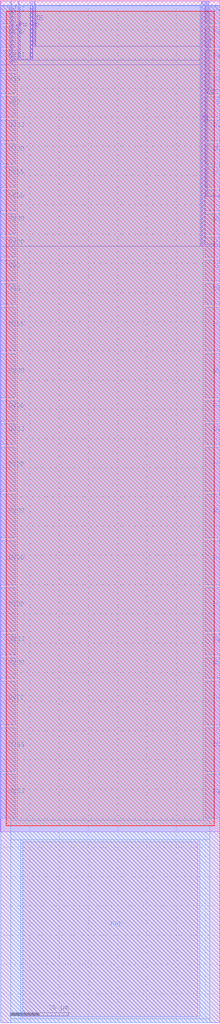
<source format=lef>
VERSION 5.7 ;
  NOWIREEXTENSIONATPIN ON ;
  DIVIDERCHAR "/" ;
  BUSBITCHARS "[]" ;
MACRO gf180mcu_ocd_io__bi_24t
  CLASS PAD INOUT ;
  FOREIGN gf180mcu_ocd_io__bi_24t ;
  ORIGIN 0.000 0.000 ;
  SIZE 75.000 BY 350.000 ;
  SYMMETRY X Y R90 ;
  SITE GF_IO_Site ;
  PIN A
    DIRECTION INPUT ;
    USE SIGNAL ;
    ANTENNAGATEAREA 0.504000 ;
    ANTENNADIFFAREA 1.000000 ;
    PORT
      LAYER Metal2 ;
        RECT 69.400 266.830 69.780 349.760 ;
    END
  END A
  PIN CS
    DIRECTION INPUT ;
    USE SIGNAL ;
    ANTENNAGATEAREA 0.504000 ;
    ANTENNADIFFAREA 1.000000 ;
    PORT
      LAYER Metal2 ;
        RECT 3.360 328.305 3.740 349.760 ;
    END
  END CS
  PIN DVDD
    DIRECTION INOUT ;
    USE POWER ;
    PORT
      LAYER Metal4 ;
        RECT 0.000 118.000 5.000 125.000 ;
    END
    PORT
      LAYER Metal4 ;
        RECT 0.000 134.000 5.000 149.000 ;
    END
    PORT
      LAYER Metal4 ;
        RECT 0.000 150.000 5.000 165.000 ;
    END
    PORT
      LAYER Metal4 ;
        RECT 0.000 166.000 5.000 181.000 ;
    END
    PORT
      LAYER Metal4 ;
        RECT 0.000 182.000 5.000 197.000 ;
    END
    PORT
      LAYER Metal4 ;
        RECT 0.000 206.000 5.000 213.000 ;
    END
    PORT
      LAYER Metal4 ;
        RECT 0.000 214.000 5.000 229.000 ;
    END
    PORT
      LAYER Metal4 ;
        RECT 0.000 262.000 5.000 269.000 ;
    END
    PORT
      LAYER Metal4 ;
        RECT 0.000 270.000 5.000 277.000 ;
    END
    PORT
      LAYER Metal4 ;
        RECT 0.000 278.000 5.000 285.000 ;
    END
    PORT
      LAYER Metal4 ;
        RECT 0.000 294.000 5.000 301.000 ;
    END
    PORT
      LAYER Metal4 ;
        RECT 0.000 334.000 5.000 341.000 ;
    END
    PORT
      LAYER Metal4 ;
        RECT 70.000 118.000 75.000 125.000 ;
    END
    PORT
      LAYER Metal4 ;
        RECT 70.000 134.000 75.000 149.000 ;
    END
    PORT
      LAYER Metal4 ;
        RECT 70.000 150.000 75.000 165.000 ;
    END
    PORT
      LAYER Metal4 ;
        RECT 70.000 166.000 75.000 181.000 ;
    END
    PORT
      LAYER Metal4 ;
        RECT 70.000 182.000 75.000 197.000 ;
    END
    PORT
      LAYER Metal4 ;
        RECT 70.000 206.000 75.000 213.000 ;
    END
    PORT
      LAYER Metal4 ;
        RECT 70.000 214.000 75.000 229.000 ;
    END
    PORT
      LAYER Metal4 ;
        RECT 70.000 262.000 75.000 269.000 ;
    END
    PORT
      LAYER Metal4 ;
        RECT 70.000 270.000 75.000 277.000 ;
    END
    PORT
      LAYER Metal4 ;
        RECT 70.000 278.000 75.000 285.000 ;
    END
    PORT
      LAYER Metal4 ;
        RECT 70.000 294.000 75.000 301.000 ;
    END
    PORT
      LAYER Metal4 ;
        RECT 70.000 334.000 75.000 341.000 ;
    END
  END DVDD
  PIN DVSS
    DIRECTION INOUT ;
    USE GROUND ;
    PORT
      LAYER Metal4 ;
        RECT 0.000 70.000 5.000 85.000 ;
    END
    PORT
      LAYER Metal4 ;
        RECT 0.000 86.000 5.000 101.000 ;
    END
    PORT
      LAYER Metal4 ;
        RECT 0.000 102.000 5.000 117.000 ;
    END
    PORT
      LAYER Metal4 ;
        RECT 0.000 126.000 5.000 133.000 ;
    END
    PORT
      LAYER Metal4 ;
        RECT 0.000 198.000 5.000 205.000 ;
    END
    PORT
      LAYER Metal4 ;
        RECT 0.000 230.000 5.000 245.000 ;
    END
    PORT
      LAYER Metal4 ;
        RECT 0.000 286.000 5.000 293.000 ;
    END
    PORT
      LAYER Metal4 ;
        RECT 0.000 302.000 5.000 309.000 ;
    END
    PORT
      LAYER Metal4 ;
        RECT 0.000 326.000 5.000 333.000 ;
    END
    PORT
      LAYER Metal4 ;
        RECT 0.000 342.000 5.000 348.390 ;
    END
    PORT
      LAYER Metal4 ;
        RECT 70.000 70.000 75.000 85.000 ;
    END
    PORT
      LAYER Metal4 ;
        RECT 70.000 86.000 75.000 101.000 ;
    END
    PORT
      LAYER Metal4 ;
        RECT 70.000 102.000 75.000 117.000 ;
    END
    PORT
      LAYER Metal4 ;
        RECT 70.000 126.000 75.000 133.000 ;
    END
    PORT
      LAYER Metal4 ;
        RECT 70.000 198.000 75.000 205.000 ;
    END
    PORT
      LAYER Metal4 ;
        RECT 70.000 230.000 75.000 245.000 ;
    END
    PORT
      LAYER Metal4 ;
        RECT 70.000 286.000 75.000 293.000 ;
    END
    PORT
      LAYER Metal4 ;
        RECT 70.000 302.000 75.000 309.000 ;
    END
    PORT
      LAYER Metal4 ;
        RECT 70.000 326.000 75.000 333.000 ;
    END
    PORT
      LAYER Metal4 ;
        RECT 70.000 342.000 75.000 348.390 ;
    END
  END DVSS
  PIN IE
    DIRECTION INPUT ;
    USE SIGNAL ;
    ANTENNAGATEAREA 0.504000 ;
    ANTENNADIFFAREA 1.000000 ;
    PORT
      LAYER Metal2 ;
        RECT 11.385 334.680 11.765 349.760 ;
    END
  END IE
  PIN OE
    DIRECTION INPUT ;
    USE SIGNAL ;
    ANTENNAGATEAREA 2.016000 ;
    ANTENNADIFFAREA 7.776000 ;
    PORT
      LAYER Metal2 ;
        RECT 70.130 283.205 70.510 349.760 ;
    END
  END OE
  PIN PAD
    DIRECTION INOUT ;
    USE SIGNAL ;
    ANTENNADIFFAREA 335.279999 ;
    PORT
      LAYER Metal4 ;
        RECT 7.500 2.000 67.500 62.000 ;
    END
  END PAD
  PIN PD
    DIRECTION INPUT ;
    USE SIGNAL ;
    ANTENNAGATEAREA 1.512000 ;
    ANTENNADIFFAREA 1.000000 ;
    PORT
      LAYER Metal2 ;
        RECT 10.330 329.860 10.710 349.760 ;
    END
  END PD
  PIN PU
    DIRECTION INPUT ;
    USE SIGNAL ;
    ANTENNAGATEAREA 1.008000 ;
    ANTENNADIFFAREA 1.795000 ;
    PORT
      LAYER Metal2 ;
        RECT 5.965 330.180 6.345 349.760 ;
    END
  END PU
  PIN SL
    DIRECTION INPUT ;
    USE SIGNAL ;
    ANTENNAGATEAREA 0.504000 ;
    ANTENNADIFFAREA 1.000000 ;
    PORT
      LAYER Metal2 ;
        RECT 68.670 266.100 69.050 349.760 ;
    END
  END SL
  PIN VDD
    DIRECTION INOUT ;
    USE POWER ;
    PORT
      LAYER Metal4 ;
        RECT 0.000 254.000 5.000 261.000 ;
    END
    PORT
      LAYER Metal4 ;
        RECT 0.000 310.000 5.000 317.000 ;
    END
    PORT
      LAYER Metal4 ;
        RECT 70.000 254.000 75.000 261.000 ;
    END
    PORT
      LAYER Metal4 ;
        RECT 70.000 310.000 75.000 317.000 ;
    END
  END VDD
  PIN VSS
    DIRECTION INOUT ;
    USE GROUND ;
    PORT
      LAYER Metal4 ;
        RECT 0.000 246.000 5.000 253.000 ;
    END
    PORT
      LAYER Metal4 ;
        RECT 0.000 318.000 5.000 325.000 ;
    END
    PORT
      LAYER Metal4 ;
        RECT 70.000 246.000 75.000 253.000 ;
    END
    PORT
      LAYER Metal4 ;
        RECT 70.000 318.000 75.000 325.000 ;
    END
  END VSS
  PIN Y
    DIRECTION OUTPUT ;
    USE SIGNAL ;
    ANTENNADIFFAREA 3.240000 ;
    PORT
      LAYER Metal2 ;
        RECT 70.860 319.660 71.240 349.760 ;
    END
  END Y
  OBS
      LAYER Nwell ;
        RECT 1.820 67.400 73.180 346.295 ;
      LAYER Metal1 ;
        RECT -0.160 65.450 75.160 349.785 ;
      LAYER Metal2 ;
        RECT 0.000 328.005 3.060 348.135 ;
        RECT 4.040 329.880 5.665 348.135 ;
        RECT 6.645 329.880 10.030 348.135 ;
        RECT 4.040 329.560 10.030 329.880 ;
        RECT 11.010 334.380 11.085 348.135 ;
        RECT 12.065 334.380 68.370 348.135 ;
        RECT 11.010 329.560 68.370 334.380 ;
        RECT 4.040 328.005 68.370 329.560 ;
        RECT 0.000 265.800 68.370 328.005 ;
        RECT 71.540 319.360 75.000 348.135 ;
        RECT 70.810 282.905 75.000 319.360 ;
        RECT 70.080 266.530 75.000 282.905 ;
        RECT 69.350 265.800 75.000 266.530 ;
        RECT 0.000 0.000 75.000 265.800 ;
      LAYER Metal3 ;
        RECT 0.000 0.000 75.000 348.390 ;
      LAYER Metal4 ;
        RECT 5.600 69.400 69.400 348.390 ;
        RECT 3.500 62.600 71.500 69.400 ;
        RECT 3.500 1.400 6.900 62.600 ;
        RECT 68.100 1.400 71.500 62.600 ;
        RECT 3.500 0.000 71.500 1.400 ;
  END
END gf180mcu_ocd_io__bi_24t
END LIBRARY


</source>
